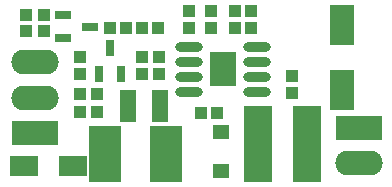
<source format=gts>
G04*
G04 #@! TF.GenerationSoftware,Altium Limited,Altium Designer,19.0.15 (446)*
G04*
G04 Layer_Color=8388736*
%FSTAX24Y24*%
%MOIN*%
G70*
G01*
G75*
%ADD31R,0.0434X0.0395*%
%ADD32R,0.0533X0.0316*%
%ADD33R,0.0395X0.0434*%
%ADD34R,0.0316X0.0533*%
%ADD35R,0.0946X0.0671*%
%ADD36R,0.0926X0.2560*%
%ADD37O,0.0926X0.0316*%
%ADD38R,0.0907X0.1143*%
%ADD39R,0.0790X0.1380*%
%ADD40R,0.0552X0.1104*%
%ADD41R,0.0552X0.0474*%
%ADD42R,0.1064X0.1891*%
%ADD43O,0.1576X0.0828*%
%ADD44R,0.1576X0.0828*%
%ADD45O,0.1576X0.0828*%
D31*
X014449Y014291D02*
D03*
Y01374D02*
D03*
X010591Y015157D02*
D03*
Y015709D02*
D03*
X011181Y015157D02*
D03*
Y015709D02*
D03*
X015039Y01374D02*
D03*
Y014291D02*
D03*
X012402Y01374D02*
D03*
Y014291D02*
D03*
X019449Y01311D02*
D03*
Y013661D02*
D03*
X016772Y015827D02*
D03*
Y015276D02*
D03*
X016024Y015827D02*
D03*
Y015276D02*
D03*
D32*
X011841Y015689D02*
D03*
Y014941D02*
D03*
X012726Y015315D02*
D03*
D33*
X013937Y015276D02*
D03*
X013386D02*
D03*
X015Y015276D02*
D03*
X014449D02*
D03*
X012402Y013071D02*
D03*
X012953D02*
D03*
X012402Y01248D02*
D03*
X012953D02*
D03*
X016417Y012441D02*
D03*
X016968D02*
D03*
X01811Y015827D02*
D03*
X017559D02*
D03*
Y015276D02*
D03*
X01811D02*
D03*
D34*
X013012Y01373D02*
D03*
X01376D02*
D03*
X013386Y014616D02*
D03*
D35*
X012165Y010669D02*
D03*
X010512D02*
D03*
D36*
X018317Y011417D02*
D03*
X019951D02*
D03*
D37*
X018297Y013148D02*
D03*
Y013648D02*
D03*
Y014148D02*
D03*
Y014648D02*
D03*
X016033Y013148D02*
D03*
Y013648D02*
D03*
Y014148D02*
D03*
Y014648D02*
D03*
D38*
X017165Y013898D02*
D03*
D39*
X021142Y013206D02*
D03*
Y015376D02*
D03*
D40*
X013996Y012677D02*
D03*
X015059D02*
D03*
D41*
X017087Y011792D02*
D03*
Y010491D02*
D03*
D42*
X015276Y011063D02*
D03*
X013228D02*
D03*
D43*
X010906Y014134D02*
D03*
D44*
Y011765D02*
D03*
X021693Y011936D02*
D03*
D45*
X010906Y012946D02*
D03*
X021693Y010755D02*
D03*
M02*

</source>
